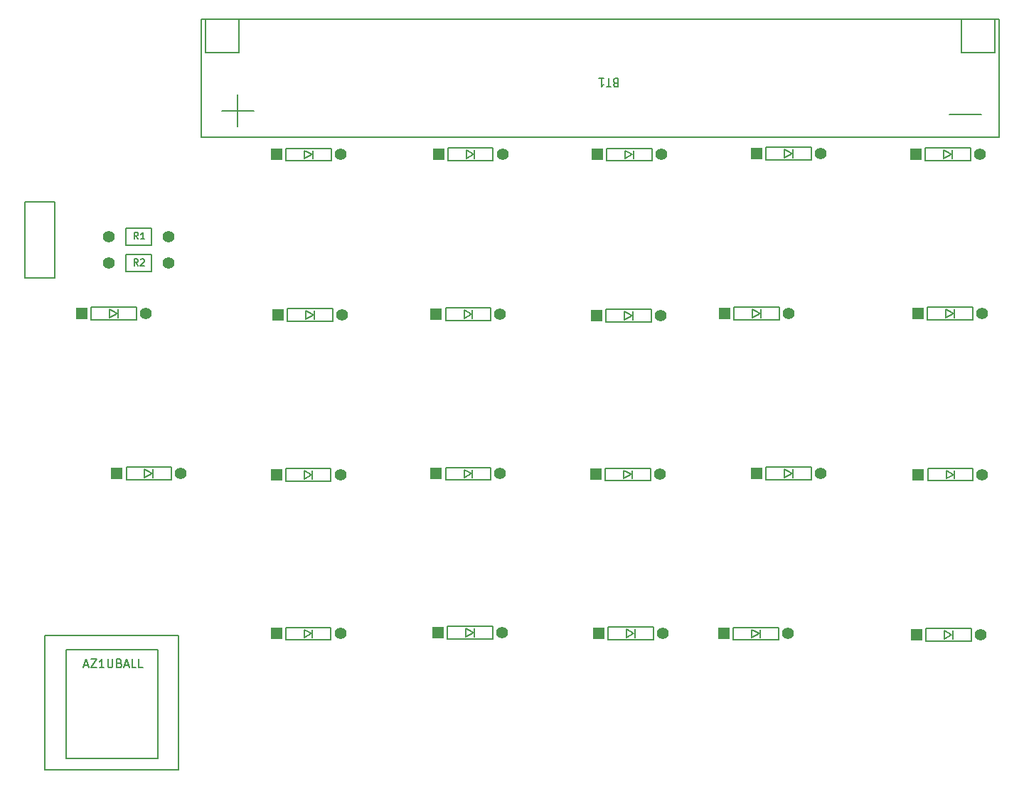
<source format=gbr>
%TF.GenerationSoftware,KiCad,Pcbnew,8.0.7*%
%TF.CreationDate,2025-02-20T17:21:25+09:00*%
%TF.ProjectId,cool642az1uball_R,636f6f6c-3634-4326-917a-317562616c6c,rev?*%
%TF.SameCoordinates,Original*%
%TF.FileFunction,Legend,Top*%
%TF.FilePolarity,Positive*%
%FSLAX46Y46*%
G04 Gerber Fmt 4.6, Leading zero omitted, Abs format (unit mm)*
G04 Created by KiCad (PCBNEW 8.0.7) date 2025-02-20 17:21:25*
%MOMM*%
%LPD*%
G01*
G04 APERTURE LIST*
%ADD10C,0.150000*%
%ADD11R,1.397000X1.397000*%
%ADD12C,1.397000*%
G04 APERTURE END LIST*
D10*
X-22578380Y-52825104D02*
X-22102190Y-52825104D01*
X-22673618Y-53110819D02*
X-22340285Y-52110819D01*
X-22340285Y-52110819D02*
X-22006952Y-53110819D01*
X-21768856Y-52110819D02*
X-21102190Y-52110819D01*
X-21102190Y-52110819D02*
X-21768856Y-53110819D01*
X-21768856Y-53110819D02*
X-21102190Y-53110819D01*
X-20197428Y-53110819D02*
X-20768856Y-53110819D01*
X-20483142Y-53110819D02*
X-20483142Y-52110819D01*
X-20483142Y-52110819D02*
X-20578380Y-52253676D01*
X-20578380Y-52253676D02*
X-20673618Y-52348914D01*
X-20673618Y-52348914D02*
X-20768856Y-52396533D01*
X-19768856Y-52110819D02*
X-19768856Y-52920342D01*
X-19768856Y-52920342D02*
X-19721237Y-53015580D01*
X-19721237Y-53015580D02*
X-19673618Y-53063200D01*
X-19673618Y-53063200D02*
X-19578380Y-53110819D01*
X-19578380Y-53110819D02*
X-19387904Y-53110819D01*
X-19387904Y-53110819D02*
X-19292666Y-53063200D01*
X-19292666Y-53063200D02*
X-19245047Y-53015580D01*
X-19245047Y-53015580D02*
X-19197428Y-52920342D01*
X-19197428Y-52920342D02*
X-19197428Y-52110819D01*
X-18387904Y-52587009D02*
X-18245047Y-52634628D01*
X-18245047Y-52634628D02*
X-18197428Y-52682247D01*
X-18197428Y-52682247D02*
X-18149809Y-52777485D01*
X-18149809Y-52777485D02*
X-18149809Y-52920342D01*
X-18149809Y-52920342D02*
X-18197428Y-53015580D01*
X-18197428Y-53015580D02*
X-18245047Y-53063200D01*
X-18245047Y-53063200D02*
X-18340285Y-53110819D01*
X-18340285Y-53110819D02*
X-18721237Y-53110819D01*
X-18721237Y-53110819D02*
X-18721237Y-52110819D01*
X-18721237Y-52110819D02*
X-18387904Y-52110819D01*
X-18387904Y-52110819D02*
X-18292666Y-52158438D01*
X-18292666Y-52158438D02*
X-18245047Y-52206057D01*
X-18245047Y-52206057D02*
X-18197428Y-52301295D01*
X-18197428Y-52301295D02*
X-18197428Y-52396533D01*
X-18197428Y-52396533D02*
X-18245047Y-52491771D01*
X-18245047Y-52491771D02*
X-18292666Y-52539390D01*
X-18292666Y-52539390D02*
X-18387904Y-52587009D01*
X-18387904Y-52587009D02*
X-18721237Y-52587009D01*
X-17768856Y-52825104D02*
X-17292666Y-52825104D01*
X-17864094Y-53110819D02*
X-17530761Y-52110819D01*
X-17530761Y-52110819D02*
X-17197428Y-53110819D01*
X-16387904Y-53110819D02*
X-16864094Y-53110819D01*
X-16864094Y-53110819D02*
X-16864094Y-52110819D01*
X-15578380Y-53110819D02*
X-16054570Y-53110819D01*
X-16054570Y-53110819D02*
X-16054570Y-52110819D01*
X-16161466Y-2076696D02*
X-16432399Y-1689649D01*
X-16625923Y-2076696D02*
X-16625923Y-1263896D01*
X-16625923Y-1263896D02*
X-16316285Y-1263896D01*
X-16316285Y-1263896D02*
X-16238875Y-1302601D01*
X-16238875Y-1302601D02*
X-16200170Y-1341306D01*
X-16200170Y-1341306D02*
X-16161466Y-1418715D01*
X-16161466Y-1418715D02*
X-16161466Y-1534830D01*
X-16161466Y-1534830D02*
X-16200170Y-1612239D01*
X-16200170Y-1612239D02*
X-16238875Y-1650944D01*
X-16238875Y-1650944D02*
X-16316285Y-1689649D01*
X-16316285Y-1689649D02*
X-16625923Y-1689649D01*
X-15387370Y-2076696D02*
X-15851827Y-2076696D01*
X-15619599Y-2076696D02*
X-15619599Y-1263896D01*
X-15619599Y-1263896D02*
X-15697008Y-1380011D01*
X-15697008Y-1380011D02*
X-15774418Y-1457420D01*
X-15774418Y-1457420D02*
X-15851827Y-1496125D01*
X-16161466Y-5228216D02*
X-16432399Y-4841169D01*
X-16625923Y-5228216D02*
X-16625923Y-4415416D01*
X-16625923Y-4415416D02*
X-16316285Y-4415416D01*
X-16316285Y-4415416D02*
X-16238875Y-4454121D01*
X-16238875Y-4454121D02*
X-16200170Y-4492826D01*
X-16200170Y-4492826D02*
X-16161466Y-4570235D01*
X-16161466Y-4570235D02*
X-16161466Y-4686350D01*
X-16161466Y-4686350D02*
X-16200170Y-4763759D01*
X-16200170Y-4763759D02*
X-16238875Y-4802464D01*
X-16238875Y-4802464D02*
X-16316285Y-4841169D01*
X-16316285Y-4841169D02*
X-16625923Y-4841169D01*
X-15851827Y-4492826D02*
X-15813123Y-4454121D01*
X-15813123Y-4454121D02*
X-15735713Y-4415416D01*
X-15735713Y-4415416D02*
X-15542189Y-4415416D01*
X-15542189Y-4415416D02*
X-15464780Y-4454121D01*
X-15464780Y-4454121D02*
X-15426075Y-4492826D01*
X-15426075Y-4492826D02*
X-15387370Y-4570235D01*
X-15387370Y-4570235D02*
X-15387370Y-4647645D01*
X-15387370Y-4647645D02*
X-15426075Y-4763759D01*
X-15426075Y-4763759D02*
X-15890532Y-5228216D01*
X-15890532Y-5228216D02*
X-15387370Y-5228216D01*
X40675714Y16541009D02*
X40532857Y16588628D01*
X40532857Y16588628D02*
X40485238Y16636247D01*
X40485238Y16636247D02*
X40437619Y16731485D01*
X40437619Y16731485D02*
X40437619Y16874342D01*
X40437619Y16874342D02*
X40485238Y16969580D01*
X40485238Y16969580D02*
X40532857Y17017200D01*
X40532857Y17017200D02*
X40628095Y17064819D01*
X40628095Y17064819D02*
X41009047Y17064819D01*
X41009047Y17064819D02*
X41009047Y16064819D01*
X41009047Y16064819D02*
X40675714Y16064819D01*
X40675714Y16064819D02*
X40580476Y16112438D01*
X40580476Y16112438D02*
X40532857Y16160057D01*
X40532857Y16160057D02*
X40485238Y16255295D01*
X40485238Y16255295D02*
X40485238Y16350533D01*
X40485238Y16350533D02*
X40532857Y16445771D01*
X40532857Y16445771D02*
X40580476Y16493390D01*
X40580476Y16493390D02*
X40675714Y16541009D01*
X40675714Y16541009D02*
X41009047Y16541009D01*
X40151904Y16064819D02*
X39580476Y16064819D01*
X39866190Y17064819D02*
X39866190Y16064819D01*
X38723333Y17064819D02*
X39294761Y17064819D01*
X39009047Y17064819D02*
X39009047Y16064819D01*
X39009047Y16064819D02*
X39104285Y16207676D01*
X39104285Y16207676D02*
X39199523Y16302914D01*
X39199523Y16302914D02*
X39294761Y16350533D01*
X-2399160Y13215533D02*
X-6208684Y13215533D01*
X-4303922Y15120295D02*
X-4303922Y11310771D01*
X84270839Y12785533D02*
X80461316Y12785533D01*
%TO.C,D7*%
X20450000Y-29260000D02*
X20450000Y-30760000D01*
X20450000Y-30760000D02*
X25850000Y-30760000D01*
X22650000Y-29510000D02*
X23550000Y-30010000D01*
X22650000Y-30510000D02*
X22650000Y-29510000D01*
X23550000Y-30010000D02*
X22650000Y-30510000D01*
X23650000Y-30510000D02*
X23650000Y-29510000D01*
X25850000Y-29260000D02*
X20450000Y-29260000D01*
X25850000Y-30760000D02*
X25850000Y-29260000D01*
%TO.C,OL1*%
X-27306000Y-49300000D02*
X-11336000Y-49296000D01*
X-27306000Y-65254000D02*
X-27306000Y-49300000D01*
X-27306000Y-65254000D02*
X-11336000Y-65250000D01*
X-24704000Y-50946000D02*
X-24704000Y-63900000D01*
X-24704000Y-50946000D02*
X-13782000Y-50946000D01*
X-24704000Y-63900000D02*
X-13782000Y-63900000D01*
X-13782000Y-50946000D02*
X-13782000Y-63900000D01*
X-11336000Y-65250000D02*
X-11336000Y-49296000D01*
%TO.C,D11*%
X39480000Y-29350000D02*
X39480000Y-30850000D01*
X39480000Y-30850000D02*
X44880000Y-30850000D01*
X41680000Y-29600000D02*
X42580000Y-30100000D01*
X41680000Y-30600000D02*
X41680000Y-29600000D01*
X42580000Y-30100000D02*
X41680000Y-30600000D01*
X42680000Y-30600000D02*
X42680000Y-29600000D01*
X44880000Y-29350000D02*
X39480000Y-29350000D01*
X44880000Y-30850000D02*
X44880000Y-29350000D01*
%TO.C,D20*%
X77620000Y-48450000D02*
X77620000Y-49950000D01*
X77620000Y-49950000D02*
X83020000Y-49950000D01*
X79820000Y-48700000D02*
X80720000Y-49200000D01*
X79820000Y-49700000D02*
X79820000Y-48700000D01*
X80720000Y-49200000D02*
X79820000Y-49700000D01*
X80820000Y-49700000D02*
X80820000Y-48700000D01*
X83020000Y-48450000D02*
X77620000Y-48450000D01*
X83020000Y-49950000D02*
X83020000Y-48450000D01*
%TO.C,D13*%
X58610000Y8890000D02*
X58610000Y7390000D01*
X58610000Y7390000D02*
X64010000Y7390000D01*
X60810000Y8640000D02*
X61710000Y8140000D01*
X60810000Y7640000D02*
X60810000Y8640000D01*
X61710000Y8140000D02*
X60810000Y7640000D01*
X61810000Y7640000D02*
X61810000Y8640000D01*
X64010000Y8890000D02*
X58610000Y8890000D01*
X64010000Y7390000D02*
X64010000Y8890000D01*
%TO.C,SW21*%
X-29620000Y2330000D02*
X-26120000Y2330000D01*
X-29620000Y-6670000D02*
X-29620000Y2330000D01*
X-26120000Y2330000D02*
X-26120000Y-6670000D01*
X-26120000Y-6670000D02*
X-29620000Y-6670000D01*
%TO.C,D15*%
X58610000Y-29200000D02*
X58610000Y-30700000D01*
X58610000Y-30700000D02*
X64010000Y-30700000D01*
X60810000Y-29450000D02*
X61710000Y-29950000D01*
X60810000Y-30450000D02*
X60810000Y-29450000D01*
X61710000Y-29950000D02*
X60810000Y-30450000D01*
X61810000Y-30450000D02*
X61810000Y-29450000D01*
X64010000Y-29200000D02*
X58610000Y-29200000D01*
X64010000Y-30700000D02*
X64010000Y-29200000D01*
%TO.C,D1*%
X1460000Y8750000D02*
X1460000Y7250000D01*
X1460000Y7250000D02*
X6860000Y7250000D01*
X3660000Y8500000D02*
X4560000Y8000000D01*
X3660000Y7500000D02*
X3660000Y8500000D01*
X4560000Y8000000D02*
X3660000Y7500000D01*
X4660000Y7500000D02*
X4660000Y8500000D01*
X6860000Y8750000D02*
X1460000Y8750000D01*
X6860000Y7250000D02*
X6860000Y8750000D01*
%TO.C,D9*%
X39600000Y8750000D02*
X39600000Y7250000D01*
X39600000Y7250000D02*
X45000000Y7250000D01*
X41800000Y8500000D02*
X42700000Y8000000D01*
X41800000Y7500000D02*
X41800000Y8500000D01*
X42700000Y8000000D02*
X41800000Y7500000D01*
X42800000Y7500000D02*
X42800000Y8500000D01*
X45000000Y8750000D02*
X39600000Y8750000D01*
X45000000Y7250000D02*
X45000000Y8750000D01*
%TO.C,D17*%
X77590000Y8810000D02*
X77590000Y7310000D01*
X77590000Y7310000D02*
X82990000Y7310000D01*
X79790000Y8560000D02*
X80690000Y8060000D01*
X79790000Y7560000D02*
X79790000Y8560000D01*
X80690000Y8060000D02*
X79790000Y7560000D01*
X80790000Y7560000D02*
X80790000Y8560000D01*
X82990000Y8810000D02*
X77590000Y8810000D01*
X82990000Y7310000D02*
X82990000Y8810000D01*
%TO.C,D4*%
X-21740000Y-10200000D02*
X-21740000Y-11700000D01*
X-21740000Y-11700000D02*
X-16340000Y-11700000D01*
X-19540000Y-10450000D02*
X-18640000Y-10950000D01*
X-19540000Y-11450000D02*
X-19540000Y-10450000D01*
X-18640000Y-10950000D02*
X-19540000Y-11450000D01*
X-18540000Y-11450000D02*
X-18540000Y-10450000D01*
X-16340000Y-10200000D02*
X-21740000Y-10200000D01*
X-16340000Y-11700000D02*
X-16340000Y-10200000D01*
%TO.C,R1*%
X-17577140Y-787720D02*
X-17577140Y-2789240D01*
X-17577140Y-2789240D02*
X-14574860Y-2789240D01*
X-14574860Y-787720D02*
X-17577140Y-787720D01*
X-14574860Y-2789240D02*
X-14574860Y-787720D01*
%TO.C,D16*%
X20680000Y-48220000D02*
X20680000Y-49720000D01*
X20680000Y-49720000D02*
X26080000Y-49720000D01*
X22880000Y-48470000D02*
X23780000Y-48970000D01*
X22880000Y-49470000D02*
X22880000Y-48470000D01*
X23780000Y-48970000D02*
X22880000Y-49470000D01*
X23880000Y-49470000D02*
X23880000Y-48470000D01*
X26080000Y-48220000D02*
X20680000Y-48220000D01*
X26080000Y-49720000D02*
X26080000Y-48220000D01*
%TO.C,D21*%
X39770000Y-48280000D02*
X39770000Y-49780000D01*
X39770000Y-49780000D02*
X45170000Y-49780000D01*
X41970000Y-48530000D02*
X42870000Y-49030000D01*
X41970000Y-49530000D02*
X41970000Y-48530000D01*
X42870000Y-49030000D02*
X41970000Y-49530000D01*
X42970000Y-49530000D02*
X42970000Y-48530000D01*
X45170000Y-48280000D02*
X39770000Y-48280000D01*
X45170000Y-49780000D02*
X45170000Y-48280000D01*
%TO.C,D3*%
X1405000Y-29380000D02*
X1405000Y-30880000D01*
X1405000Y-30880000D02*
X6805000Y-30880000D01*
X3605000Y-29630000D02*
X4505000Y-30130000D01*
X3605000Y-30630000D02*
X3605000Y-29630000D01*
X4505000Y-30130000D02*
X3605000Y-30630000D01*
X4605000Y-30630000D02*
X4605000Y-29630000D01*
X6805000Y-29380000D02*
X1405000Y-29380000D01*
X6805000Y-30880000D02*
X6805000Y-29380000D01*
%TO.C,D19*%
X77850000Y-29360000D02*
X77850000Y-30860000D01*
X77850000Y-30860000D02*
X83250000Y-30860000D01*
X80050000Y-29610000D02*
X80950000Y-30110000D01*
X80050000Y-30610000D02*
X80050000Y-29610000D01*
X80950000Y-30110000D02*
X80050000Y-30610000D01*
X81050000Y-30610000D02*
X81050000Y-29610000D01*
X83250000Y-29360000D02*
X77850000Y-29360000D01*
X83250000Y-30860000D02*
X83250000Y-29360000D01*
%TO.C,D10*%
X39540000Y-10400000D02*
X39540000Y-11900000D01*
X39540000Y-11900000D02*
X44940000Y-11900000D01*
X41740000Y-10650000D02*
X42640000Y-11150000D01*
X41740000Y-11650000D02*
X41740000Y-10650000D01*
X42640000Y-11150000D02*
X41740000Y-11650000D01*
X42740000Y-11650000D02*
X42740000Y-10650000D01*
X44940000Y-10400000D02*
X39540000Y-10400000D01*
X44940000Y-11900000D02*
X44940000Y-10400000D01*
%TO.C,R2*%
X-17577140Y-3939240D02*
X-17577140Y-5940760D01*
X-17577140Y-5940760D02*
X-14574860Y-5940760D01*
X-14574860Y-3939240D02*
X-17577140Y-3939240D01*
X-14574860Y-5940760D02*
X-14574860Y-3939240D01*
%TO.C,D22*%
X54700000Y-48310000D02*
X54700000Y-49810000D01*
X54700000Y-49810000D02*
X60100000Y-49810000D01*
X56900000Y-48560000D02*
X57800000Y-49060000D01*
X56900000Y-49560000D02*
X56900000Y-48560000D01*
X57800000Y-49060000D02*
X56900000Y-49560000D01*
X57900000Y-49560000D02*
X57900000Y-48560000D01*
X60100000Y-48310000D02*
X54700000Y-48310000D01*
X60100000Y-49810000D02*
X60100000Y-48310000D01*
%TO.C,D2*%
X1610000Y-10330000D02*
X1610000Y-11830000D01*
X1610000Y-11830000D02*
X7010000Y-11830000D01*
X3810000Y-10580000D02*
X4710000Y-11080000D01*
X3810000Y-11580000D02*
X3810000Y-10580000D01*
X4710000Y-11080000D02*
X3810000Y-11580000D01*
X4810000Y-11580000D02*
X4810000Y-10580000D01*
X7010000Y-10330000D02*
X1610000Y-10330000D01*
X7010000Y-11830000D02*
X7010000Y-10330000D01*
%TO.C,D6*%
X20450000Y-10230000D02*
X20450000Y-11730000D01*
X20450000Y-11730000D02*
X25850000Y-11730000D01*
X22650000Y-10480000D02*
X23550000Y-10980000D01*
X22650000Y-11480000D02*
X22650000Y-10480000D01*
X23550000Y-10980000D02*
X22650000Y-11480000D01*
X23650000Y-11480000D02*
X23650000Y-10480000D01*
X25850000Y-10230000D02*
X20450000Y-10230000D01*
X25850000Y-11730000D02*
X25850000Y-10230000D01*
%TO.C,D8*%
X-17570000Y-29230000D02*
X-17570000Y-30730000D01*
X-17570000Y-30730000D02*
X-12170000Y-30730000D01*
X-15370000Y-29480000D02*
X-14470000Y-29980000D01*
X-15370000Y-30480000D02*
X-15370000Y-29480000D01*
X-14470000Y-29980000D02*
X-15370000Y-30480000D01*
X-14370000Y-30480000D02*
X-14370000Y-29480000D01*
X-12170000Y-29230000D02*
X-17570000Y-29230000D01*
X-12170000Y-30730000D02*
X-12170000Y-29230000D01*
%TO.C,BT1*%
X-4110000Y20110000D02*
X-8110000Y20110000D01*
X-8110000Y24110000D01*
X-4110000Y24110000D01*
X-4110000Y20110000D01*
X85890000Y20110000D02*
X81890000Y20110000D01*
X81890000Y24110000D01*
X85890000Y24110000D01*
X85890000Y20110000D01*
X86390000Y10110000D02*
X-8610000Y10110000D01*
X-8610000Y24110000D01*
X86390000Y24110000D01*
X86390000Y10110000D01*
%TO.C,D14*%
X54790000Y-10180000D02*
X54790000Y-11680000D01*
X54790000Y-11680000D02*
X60190000Y-11680000D01*
X56990000Y-10430000D02*
X57890000Y-10930000D01*
X56990000Y-11430000D02*
X56990000Y-10430000D01*
X57890000Y-10930000D02*
X56990000Y-11430000D01*
X57990000Y-11430000D02*
X57990000Y-10430000D01*
X60190000Y-10180000D02*
X54790000Y-10180000D01*
X60190000Y-11680000D02*
X60190000Y-10180000D01*
%TO.C,D12*%
X1410000Y-48310000D02*
X1410000Y-49810000D01*
X1410000Y-49810000D02*
X6810000Y-49810000D01*
X3610000Y-48560000D02*
X4510000Y-49060000D01*
X3610000Y-49560000D02*
X3610000Y-48560000D01*
X4510000Y-49060000D02*
X3610000Y-49560000D01*
X4610000Y-49560000D02*
X4610000Y-48560000D01*
X6810000Y-48310000D02*
X1410000Y-48310000D01*
X6810000Y-49810000D02*
X6810000Y-48310000D01*
%TO.C,D5*%
X20710000Y8790000D02*
X20710000Y7290000D01*
X20710000Y7290000D02*
X26110000Y7290000D01*
X22910000Y8540000D02*
X23810000Y8040000D01*
X22910000Y7540000D02*
X22910000Y8540000D01*
X23810000Y8040000D02*
X22910000Y7540000D01*
X23910000Y7540000D02*
X23910000Y8540000D01*
X26110000Y8790000D02*
X20710000Y8790000D01*
X26110000Y7290000D02*
X26110000Y8790000D01*
%TO.C,D18*%
X77840000Y-10170000D02*
X77840000Y-11670000D01*
X77840000Y-11670000D02*
X83240000Y-11670000D01*
X80040000Y-10420000D02*
X80940000Y-10920000D01*
X80040000Y-11420000D02*
X80040000Y-10420000D01*
X80940000Y-10920000D02*
X80040000Y-11420000D01*
X81040000Y-11420000D02*
X81040000Y-10420000D01*
X83240000Y-10170000D02*
X77840000Y-10170000D01*
X83240000Y-11670000D02*
X83240000Y-10170000D01*
%TD*%
D11*
%TO.C,D7*%
X19340000Y-30010000D03*
D12*
X26960000Y-30010000D03*
%TD*%
D11*
%TO.C,D11*%
X38370000Y-30100000D03*
D12*
X45990000Y-30100000D03*
%TD*%
D11*
%TO.C,D20*%
X76510000Y-49200000D03*
D12*
X84130000Y-49200000D03*
%TD*%
D11*
%TO.C,D13*%
X57500000Y8140000D03*
D12*
X65120000Y8140000D03*
%TD*%
D11*
%TO.C,D15*%
X57500000Y-29950000D03*
D12*
X65120000Y-29950000D03*
%TD*%
D11*
%TO.C,D1*%
X350000Y8000000D03*
D12*
X7970000Y8000000D03*
%TD*%
D11*
%TO.C,D9*%
X38490000Y8000000D03*
D12*
X46110000Y8000000D03*
%TD*%
D11*
%TO.C,D17*%
X76480000Y8060000D03*
D12*
X84100000Y8060000D03*
%TD*%
D11*
%TO.C,D4*%
X-22850000Y-10950000D03*
D12*
X-15230000Y-10950000D03*
%TD*%
%TO.C,R1*%
X-19632000Y-1788480D03*
X-12520000Y-1788480D03*
%TD*%
D11*
%TO.C,D16*%
X19570000Y-48970000D03*
D12*
X27190000Y-48970000D03*
%TD*%
D11*
%TO.C,D21*%
X38660000Y-49030000D03*
D12*
X46280000Y-49030000D03*
%TD*%
D11*
%TO.C,D3*%
X295000Y-30130000D03*
D12*
X7915000Y-30130000D03*
%TD*%
D11*
%TO.C,D19*%
X76740000Y-30110000D03*
D12*
X84360000Y-30110000D03*
%TD*%
D11*
%TO.C,D10*%
X38430000Y-11150000D03*
D12*
X46050000Y-11150000D03*
%TD*%
%TO.C,R2*%
X-19632000Y-4940000D03*
X-12520000Y-4940000D03*
%TD*%
D11*
%TO.C,D22*%
X53590000Y-49060000D03*
D12*
X61210000Y-49060000D03*
%TD*%
D11*
%TO.C,D2*%
X500000Y-11080000D03*
D12*
X8120000Y-11080000D03*
%TD*%
D11*
%TO.C,D6*%
X19340000Y-10980000D03*
D12*
X26960000Y-10980000D03*
%TD*%
D11*
%TO.C,D8*%
X-18680000Y-29980000D03*
D12*
X-11060000Y-29980000D03*
%TD*%
D11*
%TO.C,D14*%
X53680000Y-10930000D03*
D12*
X61300000Y-10930000D03*
%TD*%
D11*
%TO.C,D12*%
X300000Y-49060000D03*
D12*
X7920000Y-49060000D03*
%TD*%
D11*
%TO.C,D5*%
X19600000Y8040000D03*
D12*
X27220000Y8040000D03*
%TD*%
D11*
%TO.C,D18*%
X76730000Y-10920000D03*
D12*
X84350000Y-10920000D03*
%TD*%
M02*

</source>
